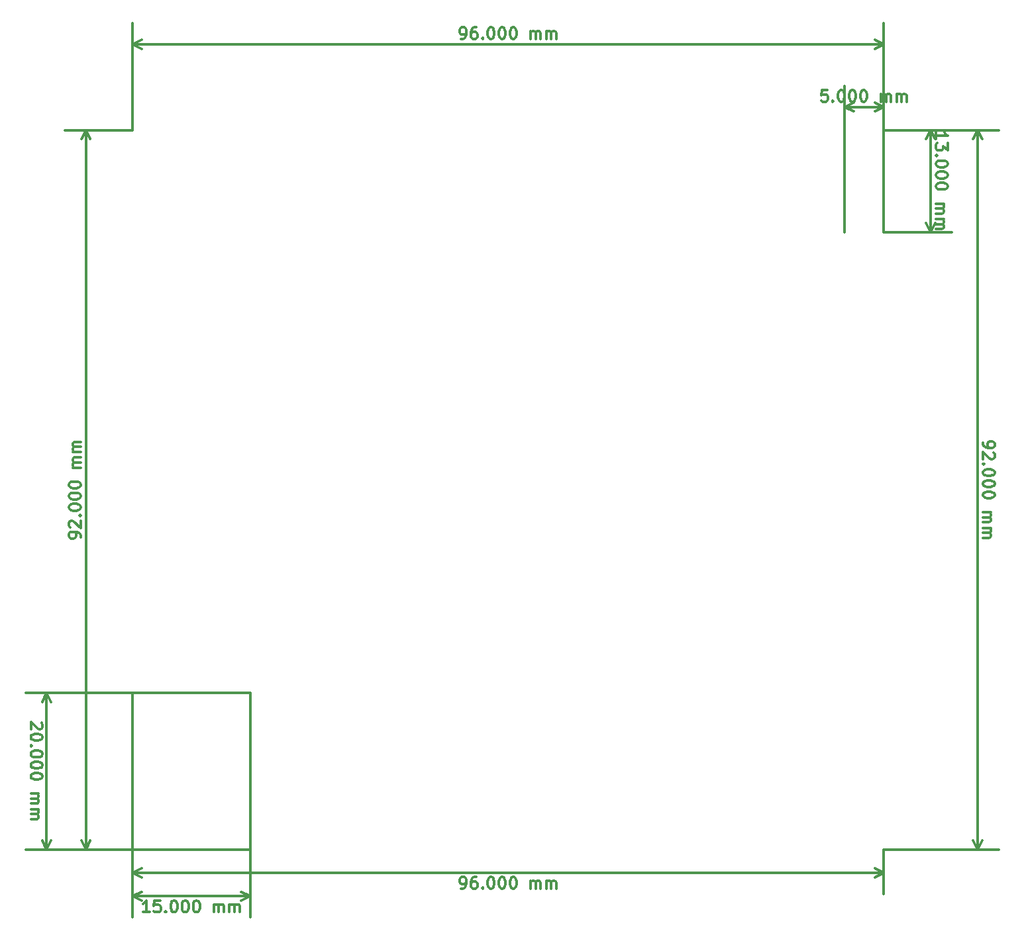
<source format=gbr>
G04 #@! TF.FileFunction,Other,ECO2*
%FSLAX46Y46*%
G04 Gerber Fmt 4.6, Leading zero omitted, Abs format (unit mm)*
G04 Created by KiCad (PCBNEW (2015-04-08 BZR 5585)-product) date Thu 09 Apr 2015 06:27:39 PM CLST*
%MOMM*%
G01*
G04 APERTURE LIST*
%ADD10C,0.100000*%
%ADD11C,0.300000*%
G04 APERTURE END LIST*
D10*
D11*
X37328571Y-130785715D02*
X37400000Y-130857144D01*
X37471429Y-131000001D01*
X37471429Y-131357144D01*
X37400000Y-131500001D01*
X37328571Y-131571430D01*
X37185714Y-131642858D01*
X37042857Y-131642858D01*
X36828571Y-131571430D01*
X35971429Y-130714287D01*
X35971429Y-131642858D01*
X37471429Y-132571429D02*
X37471429Y-132714286D01*
X37400000Y-132857143D01*
X37328571Y-132928572D01*
X37185714Y-133000001D01*
X36900000Y-133071429D01*
X36542857Y-133071429D01*
X36257143Y-133000001D01*
X36114286Y-132928572D01*
X36042857Y-132857143D01*
X35971429Y-132714286D01*
X35971429Y-132571429D01*
X36042857Y-132428572D01*
X36114286Y-132357143D01*
X36257143Y-132285715D01*
X36542857Y-132214286D01*
X36900000Y-132214286D01*
X37185714Y-132285715D01*
X37328571Y-132357143D01*
X37400000Y-132428572D01*
X37471429Y-132571429D01*
X36114286Y-133714286D02*
X36042857Y-133785714D01*
X35971429Y-133714286D01*
X36042857Y-133642857D01*
X36114286Y-133714286D01*
X35971429Y-133714286D01*
X37471429Y-134714286D02*
X37471429Y-134857143D01*
X37400000Y-135000000D01*
X37328571Y-135071429D01*
X37185714Y-135142858D01*
X36900000Y-135214286D01*
X36542857Y-135214286D01*
X36257143Y-135142858D01*
X36114286Y-135071429D01*
X36042857Y-135000000D01*
X35971429Y-134857143D01*
X35971429Y-134714286D01*
X36042857Y-134571429D01*
X36114286Y-134500000D01*
X36257143Y-134428572D01*
X36542857Y-134357143D01*
X36900000Y-134357143D01*
X37185714Y-134428572D01*
X37328571Y-134500000D01*
X37400000Y-134571429D01*
X37471429Y-134714286D01*
X37471429Y-136142857D02*
X37471429Y-136285714D01*
X37400000Y-136428571D01*
X37328571Y-136500000D01*
X37185714Y-136571429D01*
X36900000Y-136642857D01*
X36542857Y-136642857D01*
X36257143Y-136571429D01*
X36114286Y-136500000D01*
X36042857Y-136428571D01*
X35971429Y-136285714D01*
X35971429Y-136142857D01*
X36042857Y-136000000D01*
X36114286Y-135928571D01*
X36257143Y-135857143D01*
X36542857Y-135785714D01*
X36900000Y-135785714D01*
X37185714Y-135857143D01*
X37328571Y-135928571D01*
X37400000Y-136000000D01*
X37471429Y-136142857D01*
X37471429Y-137571428D02*
X37471429Y-137714285D01*
X37400000Y-137857142D01*
X37328571Y-137928571D01*
X37185714Y-138000000D01*
X36900000Y-138071428D01*
X36542857Y-138071428D01*
X36257143Y-138000000D01*
X36114286Y-137928571D01*
X36042857Y-137857142D01*
X35971429Y-137714285D01*
X35971429Y-137571428D01*
X36042857Y-137428571D01*
X36114286Y-137357142D01*
X36257143Y-137285714D01*
X36542857Y-137214285D01*
X36900000Y-137214285D01*
X37185714Y-137285714D01*
X37328571Y-137357142D01*
X37400000Y-137428571D01*
X37471429Y-137571428D01*
X35971429Y-139857142D02*
X36971429Y-139857142D01*
X36828571Y-139857142D02*
X36900000Y-139928570D01*
X36971429Y-140071428D01*
X36971429Y-140285713D01*
X36900000Y-140428570D01*
X36757143Y-140499999D01*
X35971429Y-140499999D01*
X36757143Y-140499999D02*
X36900000Y-140571428D01*
X36971429Y-140714285D01*
X36971429Y-140928570D01*
X36900000Y-141071428D01*
X36757143Y-141142856D01*
X35971429Y-141142856D01*
X35971429Y-141857142D02*
X36971429Y-141857142D01*
X36828571Y-141857142D02*
X36900000Y-141928570D01*
X36971429Y-142071428D01*
X36971429Y-142285713D01*
X36900000Y-142428570D01*
X36757143Y-142499999D01*
X35971429Y-142499999D01*
X36757143Y-142499999D02*
X36900000Y-142571428D01*
X36971429Y-142714285D01*
X36971429Y-142928570D01*
X36900000Y-143071428D01*
X36757143Y-143142856D01*
X35971429Y-143142856D01*
X38000000Y-127000000D02*
X38000000Y-147000000D01*
X64000000Y-127000000D02*
X35300000Y-127000000D01*
X64000000Y-147000000D02*
X35300000Y-147000000D01*
X38000000Y-147000000D02*
X37413579Y-145873496D01*
X38000000Y-147000000D02*
X38586421Y-145873496D01*
X38000000Y-127000000D02*
X37413579Y-128126504D01*
X38000000Y-127000000D02*
X38586421Y-128126504D01*
X51142858Y-155028571D02*
X50285715Y-155028571D01*
X50714287Y-155028571D02*
X50714287Y-153528571D01*
X50571430Y-153742857D01*
X50428572Y-153885714D01*
X50285715Y-153957143D01*
X52500001Y-153528571D02*
X51785715Y-153528571D01*
X51714286Y-154242857D01*
X51785715Y-154171429D01*
X51928572Y-154100000D01*
X52285715Y-154100000D01*
X52428572Y-154171429D01*
X52500001Y-154242857D01*
X52571429Y-154385714D01*
X52571429Y-154742857D01*
X52500001Y-154885714D01*
X52428572Y-154957143D01*
X52285715Y-155028571D01*
X51928572Y-155028571D01*
X51785715Y-154957143D01*
X51714286Y-154885714D01*
X53214286Y-154885714D02*
X53285714Y-154957143D01*
X53214286Y-155028571D01*
X53142857Y-154957143D01*
X53214286Y-154885714D01*
X53214286Y-155028571D01*
X54214286Y-153528571D02*
X54357143Y-153528571D01*
X54500000Y-153600000D01*
X54571429Y-153671429D01*
X54642858Y-153814286D01*
X54714286Y-154100000D01*
X54714286Y-154457143D01*
X54642858Y-154742857D01*
X54571429Y-154885714D01*
X54500000Y-154957143D01*
X54357143Y-155028571D01*
X54214286Y-155028571D01*
X54071429Y-154957143D01*
X54000000Y-154885714D01*
X53928572Y-154742857D01*
X53857143Y-154457143D01*
X53857143Y-154100000D01*
X53928572Y-153814286D01*
X54000000Y-153671429D01*
X54071429Y-153600000D01*
X54214286Y-153528571D01*
X55642857Y-153528571D02*
X55785714Y-153528571D01*
X55928571Y-153600000D01*
X56000000Y-153671429D01*
X56071429Y-153814286D01*
X56142857Y-154100000D01*
X56142857Y-154457143D01*
X56071429Y-154742857D01*
X56000000Y-154885714D01*
X55928571Y-154957143D01*
X55785714Y-155028571D01*
X55642857Y-155028571D01*
X55500000Y-154957143D01*
X55428571Y-154885714D01*
X55357143Y-154742857D01*
X55285714Y-154457143D01*
X55285714Y-154100000D01*
X55357143Y-153814286D01*
X55428571Y-153671429D01*
X55500000Y-153600000D01*
X55642857Y-153528571D01*
X57071428Y-153528571D02*
X57214285Y-153528571D01*
X57357142Y-153600000D01*
X57428571Y-153671429D01*
X57500000Y-153814286D01*
X57571428Y-154100000D01*
X57571428Y-154457143D01*
X57500000Y-154742857D01*
X57428571Y-154885714D01*
X57357142Y-154957143D01*
X57214285Y-155028571D01*
X57071428Y-155028571D01*
X56928571Y-154957143D01*
X56857142Y-154885714D01*
X56785714Y-154742857D01*
X56714285Y-154457143D01*
X56714285Y-154100000D01*
X56785714Y-153814286D01*
X56857142Y-153671429D01*
X56928571Y-153600000D01*
X57071428Y-153528571D01*
X59357142Y-155028571D02*
X59357142Y-154028571D01*
X59357142Y-154171429D02*
X59428570Y-154100000D01*
X59571428Y-154028571D01*
X59785713Y-154028571D01*
X59928570Y-154100000D01*
X59999999Y-154242857D01*
X59999999Y-155028571D01*
X59999999Y-154242857D02*
X60071428Y-154100000D01*
X60214285Y-154028571D01*
X60428570Y-154028571D01*
X60571428Y-154100000D01*
X60642856Y-154242857D01*
X60642856Y-155028571D01*
X61357142Y-155028571D02*
X61357142Y-154028571D01*
X61357142Y-154171429D02*
X61428570Y-154100000D01*
X61571428Y-154028571D01*
X61785713Y-154028571D01*
X61928570Y-154100000D01*
X61999999Y-154242857D01*
X61999999Y-155028571D01*
X61999999Y-154242857D02*
X62071428Y-154100000D01*
X62214285Y-154028571D01*
X62428570Y-154028571D01*
X62571428Y-154100000D01*
X62642856Y-154242857D01*
X62642856Y-155028571D01*
X49000000Y-153000000D02*
X64000000Y-153000000D01*
X49000000Y-127000000D02*
X49000000Y-155700000D01*
X64000000Y-127000000D02*
X64000000Y-155700000D01*
X64000000Y-153000000D02*
X62873496Y-153586421D01*
X64000000Y-153000000D02*
X62873496Y-152413579D01*
X49000000Y-153000000D02*
X50126504Y-153586421D01*
X49000000Y-153000000D02*
X50126504Y-152413579D01*
X137785716Y-49828571D02*
X137071430Y-49828571D01*
X137000001Y-50542857D01*
X137071430Y-50471429D01*
X137214287Y-50400000D01*
X137571430Y-50400000D01*
X137714287Y-50471429D01*
X137785716Y-50542857D01*
X137857144Y-50685714D01*
X137857144Y-51042857D01*
X137785716Y-51185714D01*
X137714287Y-51257143D01*
X137571430Y-51328571D01*
X137214287Y-51328571D01*
X137071430Y-51257143D01*
X137000001Y-51185714D01*
X138500001Y-51185714D02*
X138571429Y-51257143D01*
X138500001Y-51328571D01*
X138428572Y-51257143D01*
X138500001Y-51185714D01*
X138500001Y-51328571D01*
X139500001Y-49828571D02*
X139642858Y-49828571D01*
X139785715Y-49900000D01*
X139857144Y-49971429D01*
X139928573Y-50114286D01*
X140000001Y-50400000D01*
X140000001Y-50757143D01*
X139928573Y-51042857D01*
X139857144Y-51185714D01*
X139785715Y-51257143D01*
X139642858Y-51328571D01*
X139500001Y-51328571D01*
X139357144Y-51257143D01*
X139285715Y-51185714D01*
X139214287Y-51042857D01*
X139142858Y-50757143D01*
X139142858Y-50400000D01*
X139214287Y-50114286D01*
X139285715Y-49971429D01*
X139357144Y-49900000D01*
X139500001Y-49828571D01*
X140928572Y-49828571D02*
X141071429Y-49828571D01*
X141214286Y-49900000D01*
X141285715Y-49971429D01*
X141357144Y-50114286D01*
X141428572Y-50400000D01*
X141428572Y-50757143D01*
X141357144Y-51042857D01*
X141285715Y-51185714D01*
X141214286Y-51257143D01*
X141071429Y-51328571D01*
X140928572Y-51328571D01*
X140785715Y-51257143D01*
X140714286Y-51185714D01*
X140642858Y-51042857D01*
X140571429Y-50757143D01*
X140571429Y-50400000D01*
X140642858Y-50114286D01*
X140714286Y-49971429D01*
X140785715Y-49900000D01*
X140928572Y-49828571D01*
X142357143Y-49828571D02*
X142500000Y-49828571D01*
X142642857Y-49900000D01*
X142714286Y-49971429D01*
X142785715Y-50114286D01*
X142857143Y-50400000D01*
X142857143Y-50757143D01*
X142785715Y-51042857D01*
X142714286Y-51185714D01*
X142642857Y-51257143D01*
X142500000Y-51328571D01*
X142357143Y-51328571D01*
X142214286Y-51257143D01*
X142142857Y-51185714D01*
X142071429Y-51042857D01*
X142000000Y-50757143D01*
X142000000Y-50400000D01*
X142071429Y-50114286D01*
X142142857Y-49971429D01*
X142214286Y-49900000D01*
X142357143Y-49828571D01*
X144642857Y-51328571D02*
X144642857Y-50328571D01*
X144642857Y-50471429D02*
X144714285Y-50400000D01*
X144857143Y-50328571D01*
X145071428Y-50328571D01*
X145214285Y-50400000D01*
X145285714Y-50542857D01*
X145285714Y-51328571D01*
X145285714Y-50542857D02*
X145357143Y-50400000D01*
X145500000Y-50328571D01*
X145714285Y-50328571D01*
X145857143Y-50400000D01*
X145928571Y-50542857D01*
X145928571Y-51328571D01*
X146642857Y-51328571D02*
X146642857Y-50328571D01*
X146642857Y-50471429D02*
X146714285Y-50400000D01*
X146857143Y-50328571D01*
X147071428Y-50328571D01*
X147214285Y-50400000D01*
X147285714Y-50542857D01*
X147285714Y-51328571D01*
X147285714Y-50542857D02*
X147357143Y-50400000D01*
X147500000Y-50328571D01*
X147714285Y-50328571D01*
X147857143Y-50400000D01*
X147928571Y-50542857D01*
X147928571Y-51328571D01*
X145000000Y-52000000D02*
X140000000Y-52000000D01*
X145000000Y-68000000D02*
X145000000Y-49300000D01*
X140000000Y-68000000D02*
X140000000Y-49300000D01*
X140000000Y-52000000D02*
X141126504Y-51413579D01*
X140000000Y-52000000D02*
X141126504Y-52586421D01*
X145000000Y-52000000D02*
X143873496Y-51413579D01*
X145000000Y-52000000D02*
X143873496Y-52586421D01*
X151671429Y-56142858D02*
X151671429Y-55285715D01*
X151671429Y-55714287D02*
X153171429Y-55714287D01*
X152957143Y-55571430D01*
X152814286Y-55428572D01*
X152742857Y-55285715D01*
X153171429Y-56642858D02*
X153171429Y-57571429D01*
X152600000Y-57071429D01*
X152600000Y-57285715D01*
X152528571Y-57428572D01*
X152457143Y-57500001D01*
X152314286Y-57571429D01*
X151957143Y-57571429D01*
X151814286Y-57500001D01*
X151742857Y-57428572D01*
X151671429Y-57285715D01*
X151671429Y-56857143D01*
X151742857Y-56714286D01*
X151814286Y-56642858D01*
X151814286Y-58214286D02*
X151742857Y-58285714D01*
X151671429Y-58214286D01*
X151742857Y-58142857D01*
X151814286Y-58214286D01*
X151671429Y-58214286D01*
X153171429Y-59214286D02*
X153171429Y-59357143D01*
X153100000Y-59500000D01*
X153028571Y-59571429D01*
X152885714Y-59642858D01*
X152600000Y-59714286D01*
X152242857Y-59714286D01*
X151957143Y-59642858D01*
X151814286Y-59571429D01*
X151742857Y-59500000D01*
X151671429Y-59357143D01*
X151671429Y-59214286D01*
X151742857Y-59071429D01*
X151814286Y-59000000D01*
X151957143Y-58928572D01*
X152242857Y-58857143D01*
X152600000Y-58857143D01*
X152885714Y-58928572D01*
X153028571Y-59000000D01*
X153100000Y-59071429D01*
X153171429Y-59214286D01*
X153171429Y-60642857D02*
X153171429Y-60785714D01*
X153100000Y-60928571D01*
X153028571Y-61000000D01*
X152885714Y-61071429D01*
X152600000Y-61142857D01*
X152242857Y-61142857D01*
X151957143Y-61071429D01*
X151814286Y-61000000D01*
X151742857Y-60928571D01*
X151671429Y-60785714D01*
X151671429Y-60642857D01*
X151742857Y-60500000D01*
X151814286Y-60428571D01*
X151957143Y-60357143D01*
X152242857Y-60285714D01*
X152600000Y-60285714D01*
X152885714Y-60357143D01*
X153028571Y-60428571D01*
X153100000Y-60500000D01*
X153171429Y-60642857D01*
X153171429Y-62071428D02*
X153171429Y-62214285D01*
X153100000Y-62357142D01*
X153028571Y-62428571D01*
X152885714Y-62500000D01*
X152600000Y-62571428D01*
X152242857Y-62571428D01*
X151957143Y-62500000D01*
X151814286Y-62428571D01*
X151742857Y-62357142D01*
X151671429Y-62214285D01*
X151671429Y-62071428D01*
X151742857Y-61928571D01*
X151814286Y-61857142D01*
X151957143Y-61785714D01*
X152242857Y-61714285D01*
X152600000Y-61714285D01*
X152885714Y-61785714D01*
X153028571Y-61857142D01*
X153100000Y-61928571D01*
X153171429Y-62071428D01*
X151671429Y-64357142D02*
X152671429Y-64357142D01*
X152528571Y-64357142D02*
X152600000Y-64428570D01*
X152671429Y-64571428D01*
X152671429Y-64785713D01*
X152600000Y-64928570D01*
X152457143Y-64999999D01*
X151671429Y-64999999D01*
X152457143Y-64999999D02*
X152600000Y-65071428D01*
X152671429Y-65214285D01*
X152671429Y-65428570D01*
X152600000Y-65571428D01*
X152457143Y-65642856D01*
X151671429Y-65642856D01*
X151671429Y-66357142D02*
X152671429Y-66357142D01*
X152528571Y-66357142D02*
X152600000Y-66428570D01*
X152671429Y-66571428D01*
X152671429Y-66785713D01*
X152600000Y-66928570D01*
X152457143Y-66999999D01*
X151671429Y-66999999D01*
X152457143Y-66999999D02*
X152600000Y-67071428D01*
X152671429Y-67214285D01*
X152671429Y-67428570D01*
X152600000Y-67571428D01*
X152457143Y-67642856D01*
X151671429Y-67642856D01*
X151000000Y-55000000D02*
X151000000Y-68000000D01*
X145000000Y-55000000D02*
X153700000Y-55000000D01*
X145000000Y-68000000D02*
X153700000Y-68000000D01*
X151000000Y-68000000D02*
X150413579Y-66873496D01*
X151000000Y-68000000D02*
X151586421Y-66873496D01*
X151000000Y-55000000D02*
X150413579Y-56126504D01*
X151000000Y-55000000D02*
X151586421Y-56126504D01*
X42328571Y-107071428D02*
X42328571Y-106785713D01*
X42257143Y-106642856D01*
X42185714Y-106571428D01*
X41971429Y-106428570D01*
X41685714Y-106357142D01*
X41114286Y-106357142D01*
X40971429Y-106428570D01*
X40900000Y-106499999D01*
X40828571Y-106642856D01*
X40828571Y-106928570D01*
X40900000Y-107071428D01*
X40971429Y-107142856D01*
X41114286Y-107214285D01*
X41471429Y-107214285D01*
X41614286Y-107142856D01*
X41685714Y-107071428D01*
X41757143Y-106928570D01*
X41757143Y-106642856D01*
X41685714Y-106499999D01*
X41614286Y-106428570D01*
X41471429Y-106357142D01*
X40971429Y-105785714D02*
X40900000Y-105714285D01*
X40828571Y-105571428D01*
X40828571Y-105214285D01*
X40900000Y-105071428D01*
X40971429Y-104999999D01*
X41114286Y-104928571D01*
X41257143Y-104928571D01*
X41471429Y-104999999D01*
X42328571Y-105857142D01*
X42328571Y-104928571D01*
X42185714Y-104285714D02*
X42257143Y-104214286D01*
X42328571Y-104285714D01*
X42257143Y-104357143D01*
X42185714Y-104285714D01*
X42328571Y-104285714D01*
X40828571Y-103285714D02*
X40828571Y-103142857D01*
X40900000Y-103000000D01*
X40971429Y-102928571D01*
X41114286Y-102857142D01*
X41400000Y-102785714D01*
X41757143Y-102785714D01*
X42042857Y-102857142D01*
X42185714Y-102928571D01*
X42257143Y-103000000D01*
X42328571Y-103142857D01*
X42328571Y-103285714D01*
X42257143Y-103428571D01*
X42185714Y-103500000D01*
X42042857Y-103571428D01*
X41757143Y-103642857D01*
X41400000Y-103642857D01*
X41114286Y-103571428D01*
X40971429Y-103500000D01*
X40900000Y-103428571D01*
X40828571Y-103285714D01*
X40828571Y-101857143D02*
X40828571Y-101714286D01*
X40900000Y-101571429D01*
X40971429Y-101500000D01*
X41114286Y-101428571D01*
X41400000Y-101357143D01*
X41757143Y-101357143D01*
X42042857Y-101428571D01*
X42185714Y-101500000D01*
X42257143Y-101571429D01*
X42328571Y-101714286D01*
X42328571Y-101857143D01*
X42257143Y-102000000D01*
X42185714Y-102071429D01*
X42042857Y-102142857D01*
X41757143Y-102214286D01*
X41400000Y-102214286D01*
X41114286Y-102142857D01*
X40971429Y-102071429D01*
X40900000Y-102000000D01*
X40828571Y-101857143D01*
X40828571Y-100428572D02*
X40828571Y-100285715D01*
X40900000Y-100142858D01*
X40971429Y-100071429D01*
X41114286Y-100000000D01*
X41400000Y-99928572D01*
X41757143Y-99928572D01*
X42042857Y-100000000D01*
X42185714Y-100071429D01*
X42257143Y-100142858D01*
X42328571Y-100285715D01*
X42328571Y-100428572D01*
X42257143Y-100571429D01*
X42185714Y-100642858D01*
X42042857Y-100714286D01*
X41757143Y-100785715D01*
X41400000Y-100785715D01*
X41114286Y-100714286D01*
X40971429Y-100642858D01*
X40900000Y-100571429D01*
X40828571Y-100428572D01*
X42328571Y-98142858D02*
X41328571Y-98142858D01*
X41471429Y-98142858D02*
X41400000Y-98071430D01*
X41328571Y-97928572D01*
X41328571Y-97714287D01*
X41400000Y-97571430D01*
X41542857Y-97500001D01*
X42328571Y-97500001D01*
X41542857Y-97500001D02*
X41400000Y-97428572D01*
X41328571Y-97285715D01*
X41328571Y-97071430D01*
X41400000Y-96928572D01*
X41542857Y-96857144D01*
X42328571Y-96857144D01*
X42328571Y-96142858D02*
X41328571Y-96142858D01*
X41471429Y-96142858D02*
X41400000Y-96071430D01*
X41328571Y-95928572D01*
X41328571Y-95714287D01*
X41400000Y-95571430D01*
X41542857Y-95500001D01*
X42328571Y-95500001D01*
X41542857Y-95500001D02*
X41400000Y-95428572D01*
X41328571Y-95285715D01*
X41328571Y-95071430D01*
X41400000Y-94928572D01*
X41542857Y-94857144D01*
X42328571Y-94857144D01*
X43000000Y-147000000D02*
X43000000Y-55000000D01*
X49000000Y-147000000D02*
X40300000Y-147000000D01*
X49000000Y-55000000D02*
X40300000Y-55000000D01*
X43000000Y-55000000D02*
X43586421Y-56126504D01*
X43000000Y-55000000D02*
X42413579Y-56126504D01*
X43000000Y-147000000D02*
X43586421Y-145873496D01*
X43000000Y-147000000D02*
X42413579Y-145873496D01*
X90928572Y-152028571D02*
X91214287Y-152028571D01*
X91357144Y-151957143D01*
X91428572Y-151885714D01*
X91571430Y-151671429D01*
X91642858Y-151385714D01*
X91642858Y-150814286D01*
X91571430Y-150671429D01*
X91500001Y-150600000D01*
X91357144Y-150528571D01*
X91071430Y-150528571D01*
X90928572Y-150600000D01*
X90857144Y-150671429D01*
X90785715Y-150814286D01*
X90785715Y-151171429D01*
X90857144Y-151314286D01*
X90928572Y-151385714D01*
X91071430Y-151457143D01*
X91357144Y-151457143D01*
X91500001Y-151385714D01*
X91571430Y-151314286D01*
X91642858Y-151171429D01*
X92928572Y-150528571D02*
X92642858Y-150528571D01*
X92500001Y-150600000D01*
X92428572Y-150671429D01*
X92285715Y-150885714D01*
X92214286Y-151171429D01*
X92214286Y-151742857D01*
X92285715Y-151885714D01*
X92357143Y-151957143D01*
X92500001Y-152028571D01*
X92785715Y-152028571D01*
X92928572Y-151957143D01*
X93000001Y-151885714D01*
X93071429Y-151742857D01*
X93071429Y-151385714D01*
X93000001Y-151242857D01*
X92928572Y-151171429D01*
X92785715Y-151100000D01*
X92500001Y-151100000D01*
X92357143Y-151171429D01*
X92285715Y-151242857D01*
X92214286Y-151385714D01*
X93714286Y-151885714D02*
X93785714Y-151957143D01*
X93714286Y-152028571D01*
X93642857Y-151957143D01*
X93714286Y-151885714D01*
X93714286Y-152028571D01*
X94714286Y-150528571D02*
X94857143Y-150528571D01*
X95000000Y-150600000D01*
X95071429Y-150671429D01*
X95142858Y-150814286D01*
X95214286Y-151100000D01*
X95214286Y-151457143D01*
X95142858Y-151742857D01*
X95071429Y-151885714D01*
X95000000Y-151957143D01*
X94857143Y-152028571D01*
X94714286Y-152028571D01*
X94571429Y-151957143D01*
X94500000Y-151885714D01*
X94428572Y-151742857D01*
X94357143Y-151457143D01*
X94357143Y-151100000D01*
X94428572Y-150814286D01*
X94500000Y-150671429D01*
X94571429Y-150600000D01*
X94714286Y-150528571D01*
X96142857Y-150528571D02*
X96285714Y-150528571D01*
X96428571Y-150600000D01*
X96500000Y-150671429D01*
X96571429Y-150814286D01*
X96642857Y-151100000D01*
X96642857Y-151457143D01*
X96571429Y-151742857D01*
X96500000Y-151885714D01*
X96428571Y-151957143D01*
X96285714Y-152028571D01*
X96142857Y-152028571D01*
X96000000Y-151957143D01*
X95928571Y-151885714D01*
X95857143Y-151742857D01*
X95785714Y-151457143D01*
X95785714Y-151100000D01*
X95857143Y-150814286D01*
X95928571Y-150671429D01*
X96000000Y-150600000D01*
X96142857Y-150528571D01*
X97571428Y-150528571D02*
X97714285Y-150528571D01*
X97857142Y-150600000D01*
X97928571Y-150671429D01*
X98000000Y-150814286D01*
X98071428Y-151100000D01*
X98071428Y-151457143D01*
X98000000Y-151742857D01*
X97928571Y-151885714D01*
X97857142Y-151957143D01*
X97714285Y-152028571D01*
X97571428Y-152028571D01*
X97428571Y-151957143D01*
X97357142Y-151885714D01*
X97285714Y-151742857D01*
X97214285Y-151457143D01*
X97214285Y-151100000D01*
X97285714Y-150814286D01*
X97357142Y-150671429D01*
X97428571Y-150600000D01*
X97571428Y-150528571D01*
X99857142Y-152028571D02*
X99857142Y-151028571D01*
X99857142Y-151171429D02*
X99928570Y-151100000D01*
X100071428Y-151028571D01*
X100285713Y-151028571D01*
X100428570Y-151100000D01*
X100499999Y-151242857D01*
X100499999Y-152028571D01*
X100499999Y-151242857D02*
X100571428Y-151100000D01*
X100714285Y-151028571D01*
X100928570Y-151028571D01*
X101071428Y-151100000D01*
X101142856Y-151242857D01*
X101142856Y-152028571D01*
X101857142Y-152028571D02*
X101857142Y-151028571D01*
X101857142Y-151171429D02*
X101928570Y-151100000D01*
X102071428Y-151028571D01*
X102285713Y-151028571D01*
X102428570Y-151100000D01*
X102499999Y-151242857D01*
X102499999Y-152028571D01*
X102499999Y-151242857D02*
X102571428Y-151100000D01*
X102714285Y-151028571D01*
X102928570Y-151028571D01*
X103071428Y-151100000D01*
X103142856Y-151242857D01*
X103142856Y-152028571D01*
X145000000Y-150000000D02*
X49000000Y-150000000D01*
X145000000Y-147000000D02*
X145000000Y-152700000D01*
X49000000Y-147000000D02*
X49000000Y-152700000D01*
X49000000Y-150000000D02*
X50126504Y-149413579D01*
X49000000Y-150000000D02*
X50126504Y-150586421D01*
X145000000Y-150000000D02*
X143873496Y-149413579D01*
X145000000Y-150000000D02*
X143873496Y-150586421D01*
X90928572Y-43328571D02*
X91214287Y-43328571D01*
X91357144Y-43257143D01*
X91428572Y-43185714D01*
X91571430Y-42971429D01*
X91642858Y-42685714D01*
X91642858Y-42114286D01*
X91571430Y-41971429D01*
X91500001Y-41900000D01*
X91357144Y-41828571D01*
X91071430Y-41828571D01*
X90928572Y-41900000D01*
X90857144Y-41971429D01*
X90785715Y-42114286D01*
X90785715Y-42471429D01*
X90857144Y-42614286D01*
X90928572Y-42685714D01*
X91071430Y-42757143D01*
X91357144Y-42757143D01*
X91500001Y-42685714D01*
X91571430Y-42614286D01*
X91642858Y-42471429D01*
X92928572Y-41828571D02*
X92642858Y-41828571D01*
X92500001Y-41900000D01*
X92428572Y-41971429D01*
X92285715Y-42185714D01*
X92214286Y-42471429D01*
X92214286Y-43042857D01*
X92285715Y-43185714D01*
X92357143Y-43257143D01*
X92500001Y-43328571D01*
X92785715Y-43328571D01*
X92928572Y-43257143D01*
X93000001Y-43185714D01*
X93071429Y-43042857D01*
X93071429Y-42685714D01*
X93000001Y-42542857D01*
X92928572Y-42471429D01*
X92785715Y-42400000D01*
X92500001Y-42400000D01*
X92357143Y-42471429D01*
X92285715Y-42542857D01*
X92214286Y-42685714D01*
X93714286Y-43185714D02*
X93785714Y-43257143D01*
X93714286Y-43328571D01*
X93642857Y-43257143D01*
X93714286Y-43185714D01*
X93714286Y-43328571D01*
X94714286Y-41828571D02*
X94857143Y-41828571D01*
X95000000Y-41900000D01*
X95071429Y-41971429D01*
X95142858Y-42114286D01*
X95214286Y-42400000D01*
X95214286Y-42757143D01*
X95142858Y-43042857D01*
X95071429Y-43185714D01*
X95000000Y-43257143D01*
X94857143Y-43328571D01*
X94714286Y-43328571D01*
X94571429Y-43257143D01*
X94500000Y-43185714D01*
X94428572Y-43042857D01*
X94357143Y-42757143D01*
X94357143Y-42400000D01*
X94428572Y-42114286D01*
X94500000Y-41971429D01*
X94571429Y-41900000D01*
X94714286Y-41828571D01*
X96142857Y-41828571D02*
X96285714Y-41828571D01*
X96428571Y-41900000D01*
X96500000Y-41971429D01*
X96571429Y-42114286D01*
X96642857Y-42400000D01*
X96642857Y-42757143D01*
X96571429Y-43042857D01*
X96500000Y-43185714D01*
X96428571Y-43257143D01*
X96285714Y-43328571D01*
X96142857Y-43328571D01*
X96000000Y-43257143D01*
X95928571Y-43185714D01*
X95857143Y-43042857D01*
X95785714Y-42757143D01*
X95785714Y-42400000D01*
X95857143Y-42114286D01*
X95928571Y-41971429D01*
X96000000Y-41900000D01*
X96142857Y-41828571D01*
X97571428Y-41828571D02*
X97714285Y-41828571D01*
X97857142Y-41900000D01*
X97928571Y-41971429D01*
X98000000Y-42114286D01*
X98071428Y-42400000D01*
X98071428Y-42757143D01*
X98000000Y-43042857D01*
X97928571Y-43185714D01*
X97857142Y-43257143D01*
X97714285Y-43328571D01*
X97571428Y-43328571D01*
X97428571Y-43257143D01*
X97357142Y-43185714D01*
X97285714Y-43042857D01*
X97214285Y-42757143D01*
X97214285Y-42400000D01*
X97285714Y-42114286D01*
X97357142Y-41971429D01*
X97428571Y-41900000D01*
X97571428Y-41828571D01*
X99857142Y-43328571D02*
X99857142Y-42328571D01*
X99857142Y-42471429D02*
X99928570Y-42400000D01*
X100071428Y-42328571D01*
X100285713Y-42328571D01*
X100428570Y-42400000D01*
X100499999Y-42542857D01*
X100499999Y-43328571D01*
X100499999Y-42542857D02*
X100571428Y-42400000D01*
X100714285Y-42328571D01*
X100928570Y-42328571D01*
X101071428Y-42400000D01*
X101142856Y-42542857D01*
X101142856Y-43328571D01*
X101857142Y-43328571D02*
X101857142Y-42328571D01*
X101857142Y-42471429D02*
X101928570Y-42400000D01*
X102071428Y-42328571D01*
X102285713Y-42328571D01*
X102428570Y-42400000D01*
X102499999Y-42542857D01*
X102499999Y-43328571D01*
X102499999Y-42542857D02*
X102571428Y-42400000D01*
X102714285Y-42328571D01*
X102928570Y-42328571D01*
X103071428Y-42400000D01*
X103142856Y-42542857D01*
X103142856Y-43328571D01*
X145000000Y-44000000D02*
X49000000Y-44000000D01*
X145000000Y-55000000D02*
X145000000Y-41300000D01*
X49000000Y-55000000D02*
X49000000Y-41300000D01*
X49000000Y-44000000D02*
X50126504Y-43413579D01*
X49000000Y-44000000D02*
X50126504Y-44586421D01*
X145000000Y-44000000D02*
X143873496Y-43413579D01*
X145000000Y-44000000D02*
X143873496Y-44586421D01*
X157671429Y-94928572D02*
X157671429Y-95214287D01*
X157742857Y-95357144D01*
X157814286Y-95428572D01*
X158028571Y-95571430D01*
X158314286Y-95642858D01*
X158885714Y-95642858D01*
X159028571Y-95571430D01*
X159100000Y-95500001D01*
X159171429Y-95357144D01*
X159171429Y-95071430D01*
X159100000Y-94928572D01*
X159028571Y-94857144D01*
X158885714Y-94785715D01*
X158528571Y-94785715D01*
X158385714Y-94857144D01*
X158314286Y-94928572D01*
X158242857Y-95071430D01*
X158242857Y-95357144D01*
X158314286Y-95500001D01*
X158385714Y-95571430D01*
X158528571Y-95642858D01*
X159028571Y-96214286D02*
X159100000Y-96285715D01*
X159171429Y-96428572D01*
X159171429Y-96785715D01*
X159100000Y-96928572D01*
X159028571Y-97000001D01*
X158885714Y-97071429D01*
X158742857Y-97071429D01*
X158528571Y-97000001D01*
X157671429Y-96142858D01*
X157671429Y-97071429D01*
X157814286Y-97714286D02*
X157742857Y-97785714D01*
X157671429Y-97714286D01*
X157742857Y-97642857D01*
X157814286Y-97714286D01*
X157671429Y-97714286D01*
X159171429Y-98714286D02*
X159171429Y-98857143D01*
X159100000Y-99000000D01*
X159028571Y-99071429D01*
X158885714Y-99142858D01*
X158600000Y-99214286D01*
X158242857Y-99214286D01*
X157957143Y-99142858D01*
X157814286Y-99071429D01*
X157742857Y-99000000D01*
X157671429Y-98857143D01*
X157671429Y-98714286D01*
X157742857Y-98571429D01*
X157814286Y-98500000D01*
X157957143Y-98428572D01*
X158242857Y-98357143D01*
X158600000Y-98357143D01*
X158885714Y-98428572D01*
X159028571Y-98500000D01*
X159100000Y-98571429D01*
X159171429Y-98714286D01*
X159171429Y-100142857D02*
X159171429Y-100285714D01*
X159100000Y-100428571D01*
X159028571Y-100500000D01*
X158885714Y-100571429D01*
X158600000Y-100642857D01*
X158242857Y-100642857D01*
X157957143Y-100571429D01*
X157814286Y-100500000D01*
X157742857Y-100428571D01*
X157671429Y-100285714D01*
X157671429Y-100142857D01*
X157742857Y-100000000D01*
X157814286Y-99928571D01*
X157957143Y-99857143D01*
X158242857Y-99785714D01*
X158600000Y-99785714D01*
X158885714Y-99857143D01*
X159028571Y-99928571D01*
X159100000Y-100000000D01*
X159171429Y-100142857D01*
X159171429Y-101571428D02*
X159171429Y-101714285D01*
X159100000Y-101857142D01*
X159028571Y-101928571D01*
X158885714Y-102000000D01*
X158600000Y-102071428D01*
X158242857Y-102071428D01*
X157957143Y-102000000D01*
X157814286Y-101928571D01*
X157742857Y-101857142D01*
X157671429Y-101714285D01*
X157671429Y-101571428D01*
X157742857Y-101428571D01*
X157814286Y-101357142D01*
X157957143Y-101285714D01*
X158242857Y-101214285D01*
X158600000Y-101214285D01*
X158885714Y-101285714D01*
X159028571Y-101357142D01*
X159100000Y-101428571D01*
X159171429Y-101571428D01*
X157671429Y-103857142D02*
X158671429Y-103857142D01*
X158528571Y-103857142D02*
X158600000Y-103928570D01*
X158671429Y-104071428D01*
X158671429Y-104285713D01*
X158600000Y-104428570D01*
X158457143Y-104499999D01*
X157671429Y-104499999D01*
X158457143Y-104499999D02*
X158600000Y-104571428D01*
X158671429Y-104714285D01*
X158671429Y-104928570D01*
X158600000Y-105071428D01*
X158457143Y-105142856D01*
X157671429Y-105142856D01*
X157671429Y-105857142D02*
X158671429Y-105857142D01*
X158528571Y-105857142D02*
X158600000Y-105928570D01*
X158671429Y-106071428D01*
X158671429Y-106285713D01*
X158600000Y-106428570D01*
X158457143Y-106499999D01*
X157671429Y-106499999D01*
X158457143Y-106499999D02*
X158600000Y-106571428D01*
X158671429Y-106714285D01*
X158671429Y-106928570D01*
X158600000Y-107071428D01*
X158457143Y-107142856D01*
X157671429Y-107142856D01*
X157000000Y-55000000D02*
X157000000Y-147000000D01*
X145000000Y-55000000D02*
X159700000Y-55000000D01*
X145000000Y-147000000D02*
X159700000Y-147000000D01*
X157000000Y-147000000D02*
X156413579Y-145873496D01*
X157000000Y-147000000D02*
X157586421Y-145873496D01*
X157000000Y-55000000D02*
X156413579Y-56126504D01*
X157000000Y-55000000D02*
X157586421Y-56126504D01*
M02*

</source>
